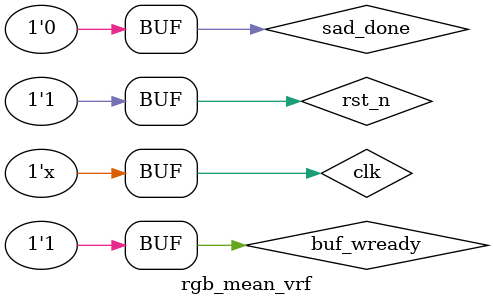
<source format=sv>
`timescale 1ns/1ns

module rgb_mean_vrf;

parameter CAMERA_HSIZE = 100;
parameter CAMERA_VSIZE = 100;
parameter BUF_ADDR_WIDTH = 32;

reg clk, rst_n, cam_frame_valid, cam_line_valid, cam_pixel_clk;
reg buf_wready, sad_done;
reg [11:0] cam_pixel_rgb;
wire [3:0] pixel_mean;
wire [BUF_ADDR_WIDTH-1:0] buf_waddr;
int frame_clk_counter = 0, line_clk_counter = 0, pixel_clk_counter = 0;
int red, green, blue, true_mean;

initial begin
	clk = 0;
	rst_n = 0;
	cam_frame_valid = 0;
	cam_line_valid = 0;
	cam_pixel_clk = 0;
	buf_wready = 0;
	sad_done  = 0;
	cam_pixel_rgb = 0;
	#1 
	rst_n = 1;
	cam_pixel_clk = 1;
	cam_line_valid = 1;
	cam_frame_valid = 1;
	buf_wready = 1;
end

// counter for clk generation
always #50 begin
	clk <= ~clk;
	if ( pixel_clk_counter < 10 ) 
		pixel_clk_counter++;
	else 
		pixel_clk_counter = 0;
	if (line_clk_counter < 10*CAMERA_HSIZE ) 
		line_clk_counter++;
	else 
		line_clk_counter = 0;
	if ( frame_clk_counter < 10*CAMERA_HSIZE*CAMERA_VSIZE) 
		frame_clk_counter++;
	else 
		frame_clk_counter = 0;
end

// generate camera clk
always @ (posedge clk) begin

	if ( cam_line_valid && cam_frame_valid ) begin
		if ( pixel_clk_counter == 1 ) 
			cam_pixel_clk <= ~cam_pixel_clk;
		else ;
	end else 
		cam_pixel_clk <= 0;

	if ( line_clk_counter == 1 && line_clk_counter == 50 ) 
		cam_line_valid <= ~cam_line_valid;
	else;
	if ( frame_clk_counter == 1 && frame_clk_counter == 100) 
		cam_frame_valid <= ~cam_frame_valid;
	else;
end

// generate pixel per pixel_clk
always @(posedge cam_pixel_clk) begin
	cam_pixel_rgb = $random%12'hfff;
	red = cam_pixel_rgb[11:8];
	green = cam_pixel_rgb[7:4];
	blue = cam_pixel_rgb[3:0];
	true_mean = (red + green + blue) / 3;
end

rgb_mean #(
	.CAMERA_HSIZE(CAMERA_HSIZE),
	.CAMERA_VSIZE(CAMERA_VSIZE),
	.PIXEL_SIZE(12),
	.BUF_ADDR_WIDTH(32)
) rgb_mean_u1 (
	.clk(clk),
	.rst_n(rst_n),
	.cam_frame_valid(cam_frame_valid),
	.cam_line_valid(cam_line_valid),
	.cam_pixel_clk(cam_pixel_clk),
	.cam_pixel_rgb(cam_pixel_rgb),
	.pixel_mean(pixel_mean),
	.buf_waddr(buf_waddr),
	.buf_wvalid(buf_wvalid),
	.buf_wready(buf_wready),
	.sad_done(sad_done)
);

endmodule

</source>
